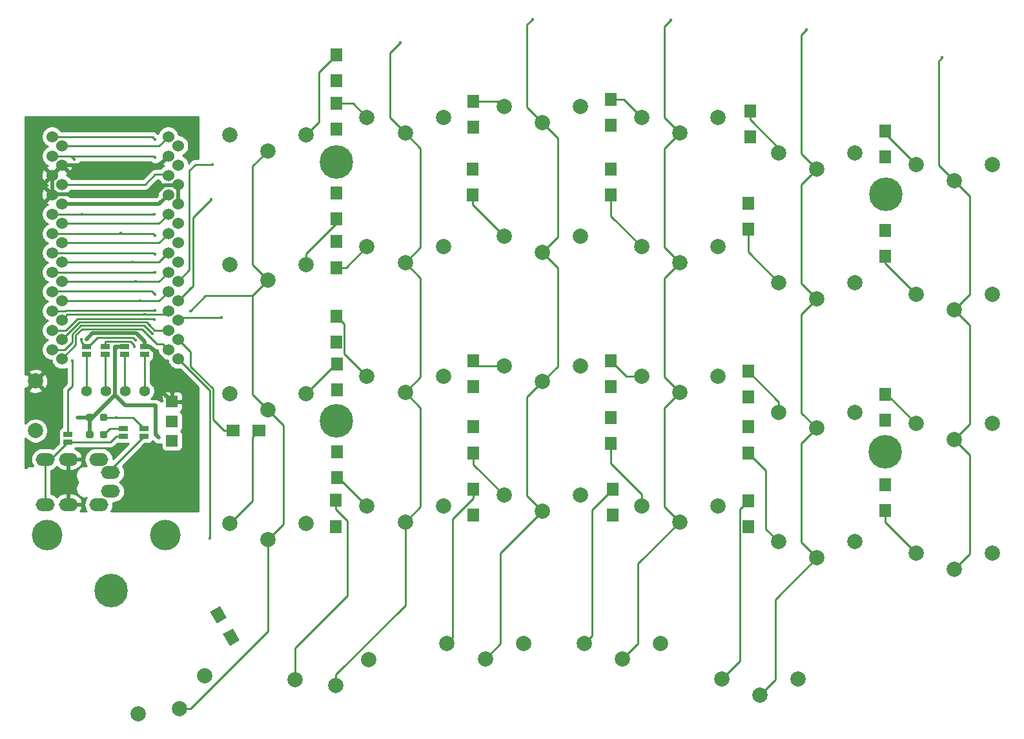
<source format=gtl>
G04 #@! TF.GenerationSoftware,KiCad,Pcbnew,5.1.9*
G04 #@! TF.CreationDate,2021-04-09T21:29:26-07:00*
G04 #@! TF.ProjectId,SofleKeyboard,536f666c-654b-4657-9962-6f6172642e6b,rev?*
G04 #@! TF.SameCoordinates,Original*
G04 #@! TF.FileFunction,Copper,L1,Top*
G04 #@! TF.FilePolarity,Positive*
%FSLAX46Y46*%
G04 Gerber Fmt 4.6, Leading zero omitted, Abs format (unit mm)*
G04 Created by KiCad (PCBNEW 5.1.9) date 2021-04-09 21:29:26*
%MOMM*%
%LPD*%
G01*
G04 APERTURE LIST*
G04 #@! TA.AperFunction,SMDPad,CuDef*
%ADD10R,1.143000X0.635000*%
G04 #@! TD*
G04 #@! TA.AperFunction,ComponentPad*
%ADD11C,4.000000*%
G04 #@! TD*
G04 #@! TA.AperFunction,ComponentPad*
%ADD12C,1.524000*%
G04 #@! TD*
G04 #@! TA.AperFunction,ComponentPad*
%ADD13C,2.000000*%
G04 #@! TD*
G04 #@! TA.AperFunction,ComponentPad*
%ADD14C,1.397000*%
G04 #@! TD*
G04 #@! TA.AperFunction,ComponentPad*
%ADD15R,1.524000X1.524000*%
G04 #@! TD*
G04 #@! TA.AperFunction,ComponentPad*
%ADD16O,2.500000X1.700000*%
G04 #@! TD*
G04 #@! TA.AperFunction,ComponentPad*
%ADD17C,0.700000*%
G04 #@! TD*
G04 #@! TA.AperFunction,ComponentPad*
%ADD18C,4.400000*%
G04 #@! TD*
G04 #@! TA.AperFunction,ComponentPad*
%ADD19R,1.500000X1.800000*%
G04 #@! TD*
G04 #@! TA.AperFunction,ComponentPad*
%ADD20C,0.100000*%
G04 #@! TD*
G04 #@! TA.AperFunction,ComponentPad*
%ADD21R,1.800000X1.500000*%
G04 #@! TD*
G04 #@! TA.AperFunction,ViaPad*
%ADD22C,0.400000*%
G04 #@! TD*
G04 #@! TA.AperFunction,Conductor*
%ADD23C,0.250000*%
G04 #@! TD*
G04 #@! TA.AperFunction,Conductor*
%ADD24C,0.500000*%
G04 #@! TD*
G04 #@! TA.AperFunction,Conductor*
%ADD25C,0.254000*%
G04 #@! TD*
G04 #@! TA.AperFunction,Conductor*
%ADD26C,0.100000*%
G04 #@! TD*
G04 APERTURE END LIST*
D10*
X103746996Y-94725113D03*
X103746996Y-95725873D03*
X106496996Y-94725113D03*
X106496996Y-95725873D03*
X96500000Y-95500000D03*
X96500000Y-96500760D03*
D11*
X93756996Y-108698013D03*
X109256996Y-108698013D03*
G04 #@! TA.AperFunction,SMDPad,CuDef*
G36*
G01*
X98896268Y-95747478D02*
X98896268Y-95272478D01*
G75*
G02*
X99133768Y-95034978I237500J0D01*
G01*
X99633768Y-95034978D01*
G75*
G02*
X99871268Y-95272478I0J-237500D01*
G01*
X99871268Y-95747478D01*
G75*
G02*
X99633768Y-95984978I-237500J0D01*
G01*
X99133768Y-95984978D01*
G75*
G02*
X98896268Y-95747478I0J237500D01*
G01*
G37*
G04 #@! TD.AperFunction*
G04 #@! TA.AperFunction,SMDPad,CuDef*
G36*
G01*
X100721268Y-95747478D02*
X100721268Y-95272478D01*
G75*
G02*
X100958768Y-95034978I237500J0D01*
G01*
X101458768Y-95034978D01*
G75*
G02*
X101696268Y-95272478I0J-237500D01*
G01*
X101696268Y-95747478D01*
G75*
G02*
X101458768Y-95984978I-237500J0D01*
G01*
X100958768Y-95984978D01*
G75*
G02*
X100721268Y-95747478I0J237500D01*
G01*
G37*
G04 #@! TD.AperFunction*
D12*
X109676996Y-56428013D03*
X109676996Y-58968013D03*
X109676996Y-61508013D03*
X109676996Y-64048013D03*
X109676996Y-66588013D03*
X109676996Y-69128013D03*
X109676996Y-71668013D03*
X109676996Y-74208013D03*
X109676996Y-76748013D03*
X109676996Y-79288013D03*
X109676996Y-81828013D03*
X109676996Y-84368013D03*
X94436996Y-84368013D03*
X94436996Y-81828013D03*
X94436996Y-79288013D03*
X94436996Y-76748013D03*
X94436996Y-74208013D03*
X94436996Y-71668013D03*
X94436996Y-69128013D03*
X94436996Y-66588013D03*
X94436996Y-64048013D03*
X94436996Y-61508013D03*
X94436996Y-58968013D03*
X94436996Y-56428013D03*
X110975811Y-67783758D03*
X110975811Y-72863758D03*
X95735811Y-57623758D03*
X110975811Y-60163758D03*
X110975811Y-83023758D03*
X95735811Y-85563758D03*
X110975811Y-75403758D03*
X110975811Y-77943758D03*
X95735811Y-75403758D03*
X95735811Y-80483758D03*
X95735811Y-67783758D03*
X95735811Y-65243758D03*
X95735811Y-60163758D03*
X95735811Y-70323758D03*
X110975811Y-85563758D03*
X95735811Y-77943758D03*
X110975811Y-57623758D03*
X110975811Y-62703758D03*
X95735811Y-83023758D03*
X110975811Y-65243758D03*
X110975811Y-70323758D03*
X95735811Y-72863758D03*
X110975811Y-80483758D03*
X95735811Y-62703758D03*
D13*
X92256996Y-88500000D03*
X92256996Y-95000000D03*
D10*
X101456996Y-84998393D03*
X101456996Y-83997633D03*
D14*
X98956996Y-89798013D03*
X101496996Y-89798013D03*
X104036996Y-89798013D03*
X106576996Y-89798013D03*
D15*
X110156996Y-91198013D03*
X110156996Y-93798013D03*
X110156996Y-96298013D03*
D10*
X98956996Y-84998393D03*
X98956996Y-83997633D03*
X106556996Y-84998393D03*
X106556996Y-83997633D03*
X103956996Y-84998393D03*
X103956996Y-83997633D03*
D16*
X102056996Y-102948013D03*
X100556996Y-98748013D03*
X96556996Y-98748013D03*
X93556996Y-98748013D03*
X96556996Y-104698013D03*
X93556996Y-104698013D03*
X102056996Y-100498013D03*
X100556996Y-104698013D03*
G04 #@! TA.AperFunction,SMDPad,CuDef*
G36*
G01*
X98896268Y-93497478D02*
X98896268Y-93022478D01*
G75*
G02*
X99133768Y-92784978I237500J0D01*
G01*
X99633768Y-92784978D01*
G75*
G02*
X99871268Y-93022478I0J-237500D01*
G01*
X99871268Y-93497478D01*
G75*
G02*
X99633768Y-93734978I-237500J0D01*
G01*
X99133768Y-93734978D01*
G75*
G02*
X98896268Y-93497478I0J237500D01*
G01*
G37*
G04 #@! TD.AperFunction*
G04 #@! TA.AperFunction,SMDPad,CuDef*
G36*
G01*
X100721268Y-93497478D02*
X100721268Y-93022478D01*
G75*
G02*
X100958768Y-92784978I237500J0D01*
G01*
X101458768Y-92784978D01*
G75*
G02*
X101696268Y-93022478I0J-237500D01*
G01*
X101696268Y-93497478D01*
G75*
G02*
X101458768Y-93734978I-237500J0D01*
G01*
X100958768Y-93734978D01*
G75*
G02*
X100721268Y-93497478I0J237500D01*
G01*
G37*
G04 #@! TD.AperFunction*
D13*
X127747000Y-56178100D03*
X122747000Y-58278100D03*
X117747000Y-56178100D03*
D17*
X204823722Y-96581287D03*
X203656996Y-96098013D03*
X202490270Y-96581287D03*
X202006996Y-97748013D03*
X202490270Y-98914739D03*
X203656996Y-99398013D03*
X204823722Y-98914739D03*
X205306996Y-97748013D03*
D18*
X203656996Y-97748013D03*
D17*
X204913722Y-62858386D03*
X203746996Y-62375112D03*
X202580270Y-62858386D03*
X202096996Y-64025112D03*
X202580270Y-65191838D03*
X203746996Y-65675112D03*
X204913722Y-65191838D03*
X205396996Y-64025112D03*
D18*
X203746996Y-64025112D03*
D13*
X127747000Y-90178100D03*
X122747000Y-92278100D03*
X117747000Y-90178100D03*
X163747000Y-103478100D03*
X158747000Y-105578100D03*
X153747000Y-103478100D03*
X217747000Y-77078100D03*
X212747000Y-79178100D03*
X207747000Y-77078100D03*
X199747000Y-109578100D03*
X194747000Y-111678100D03*
X189747000Y-109578100D03*
X181747000Y-53878100D03*
X176747000Y-55978100D03*
X171747000Y-53878100D03*
X199747000Y-92578100D03*
X194747000Y-94678100D03*
X189747000Y-92578100D03*
D17*
X101040266Y-114785996D03*
X100556992Y-115952722D03*
X101040266Y-117119448D03*
X102206992Y-117602722D03*
X103373718Y-117119448D03*
X103856992Y-115952722D03*
X103373718Y-114785996D03*
X102206992Y-114302722D03*
D18*
X102206992Y-115952722D03*
D13*
X145747000Y-87878100D03*
X140747000Y-89978100D03*
X135747000Y-87878100D03*
X181747000Y-70878100D03*
X176747000Y-72978100D03*
X171747000Y-70878100D03*
X145747000Y-70878100D03*
X140747000Y-72978100D03*
X135747000Y-70878100D03*
X181747000Y-104878100D03*
X176747000Y-106978100D03*
X171747000Y-104878100D03*
X217747000Y-94078100D03*
X212747000Y-96178100D03*
X207747000Y-94078100D03*
X163747000Y-86478100D03*
X158747000Y-88578100D03*
X153747000Y-86478100D03*
X163747000Y-69478100D03*
X158747000Y-71578100D03*
X153747000Y-69478100D03*
X199747000Y-75578100D03*
X194747000Y-77678100D03*
X189747000Y-75578100D03*
X145747000Y-53878100D03*
X140747000Y-55978100D03*
X135747000Y-53878100D03*
X114437123Y-127138910D03*
X111156996Y-131457563D03*
X105776869Y-132138910D03*
X192247000Y-127578100D03*
X187247000Y-129678100D03*
X182247000Y-127578100D03*
X217747000Y-60078100D03*
X212747000Y-62178100D03*
X207747000Y-60078100D03*
X217747000Y-111078100D03*
X212747000Y-113178100D03*
X207747000Y-111078100D03*
X181747000Y-87878100D03*
X176747000Y-89978100D03*
X171747000Y-87878100D03*
X145747000Y-104878100D03*
X140747000Y-106978100D03*
X135747000Y-104878100D03*
D17*
X132913722Y-92558387D03*
X131746996Y-92075113D03*
X130580270Y-92558387D03*
X130096996Y-93725113D03*
X130580270Y-94891839D03*
X131746996Y-95375113D03*
X132913722Y-94891839D03*
X133396996Y-93725113D03*
D18*
X131746996Y-93725113D03*
D13*
X127747000Y-107178100D03*
X122747000Y-109278100D03*
X117747000Y-107178100D03*
X199747000Y-58578100D03*
X194747000Y-60678100D03*
X189747000Y-58578100D03*
X135940142Y-125074423D03*
X131654032Y-128396962D03*
X126280883Y-127662613D03*
X156247000Y-122878100D03*
X151247000Y-124978100D03*
X146247000Y-122878100D03*
X174247000Y-122878100D03*
X169247000Y-124978100D03*
X164247000Y-122878100D03*
X127747000Y-73178100D03*
X122747000Y-75278100D03*
X117747000Y-73178100D03*
X163747000Y-52478100D03*
X158747000Y-54578100D03*
X153747000Y-52478100D03*
D17*
X132913722Y-58558387D03*
X131746996Y-58075113D03*
X130580270Y-58558387D03*
X130096996Y-59725113D03*
X130580270Y-60891839D03*
X131746996Y-61375113D03*
X132913722Y-60891839D03*
X133396996Y-59725113D03*
D18*
X131746996Y-59725113D03*
D19*
X167956992Y-102702722D03*
X167956992Y-106102722D03*
X149706992Y-102702722D03*
X149706992Y-106102722D03*
X131606992Y-104152722D03*
X131606992Y-107552722D03*
G04 #@! TA.AperFunction,ComponentPad*
D20*
G36*
X116857477Y-121688076D02*
G01*
X118156515Y-120938076D01*
X119056515Y-122496922D01*
X117757477Y-123246922D01*
X116857477Y-121688076D01*
G37*
G04 #@! TD.AperFunction*
G04 #@! TA.AperFunction,ComponentPad*
G36*
X115157477Y-118743590D02*
G01*
X116456515Y-117993590D01*
X117356515Y-119552436D01*
X116057477Y-120302436D01*
X115157477Y-118743590D01*
G37*
G04 #@! TD.AperFunction*
D19*
X203706992Y-105452722D03*
X203706992Y-102052722D03*
X185706992Y-97902722D03*
X185706992Y-94502722D03*
X167706992Y-96702722D03*
X167706992Y-93302722D03*
X149706992Y-97902722D03*
X149706992Y-94502722D03*
X131806992Y-101152722D03*
X131806992Y-97752722D03*
D21*
X121606992Y-94952722D03*
X118206992Y-94952722D03*
D19*
X203706992Y-90202722D03*
X203706992Y-93602722D03*
X185706992Y-87202722D03*
X185706992Y-90602722D03*
X167706992Y-85802722D03*
X167706992Y-89202722D03*
X149706992Y-85802722D03*
X149706992Y-89202722D03*
X131706992Y-79952722D03*
X131706992Y-83352722D03*
X131806992Y-86252722D03*
X131806992Y-89652722D03*
X203706992Y-72102722D03*
X203706992Y-68702722D03*
X185706992Y-68602722D03*
X185706992Y-65202722D03*
X167706992Y-64102722D03*
X167706992Y-60702722D03*
X149600000Y-64102722D03*
X149600000Y-60702722D03*
X131706992Y-73602722D03*
X131706992Y-70202722D03*
X131706992Y-67202722D03*
X131706992Y-63802722D03*
X203731992Y-55702722D03*
X203731992Y-59102722D03*
X185956992Y-53052722D03*
X185956992Y-56452722D03*
X167706992Y-51552722D03*
X167706992Y-54952722D03*
X149706992Y-51802722D03*
X149706992Y-55202722D03*
X131706992Y-52052722D03*
X131706992Y-55452722D03*
X131706992Y-45702722D03*
X131706992Y-49102722D03*
X185706992Y-104202722D03*
X185706992Y-107602722D03*
D22*
X107584829Y-82270182D03*
X115106992Y-109152722D03*
X107956996Y-74198013D03*
X115506992Y-60052722D03*
X107956996Y-77098013D03*
X115306992Y-64652722D03*
X107956996Y-79198013D03*
X116656992Y-80202722D03*
X107856996Y-80398013D03*
X102656996Y-65243758D03*
X102657004Y-83998013D03*
X108456996Y-95898013D03*
X97756268Y-93259978D03*
X98956996Y-82998013D03*
X99156996Y-60163758D03*
X99156996Y-63998013D03*
X108956996Y-89898013D03*
X104931996Y-72863758D03*
X211186992Y-46042722D03*
X105431996Y-75403758D03*
X193356992Y-42422722D03*
X105956996Y-77943758D03*
X175556992Y-41137732D03*
X106556996Y-79773013D03*
X157456992Y-41002722D03*
X107256996Y-81198013D03*
X140106992Y-44052722D03*
X107856996Y-66598013D03*
X98306996Y-83003860D03*
X98356996Y-66588013D03*
X105356996Y-83098013D03*
X101208768Y-95509978D03*
X107957002Y-56798013D03*
X107957014Y-69398013D03*
X103456996Y-69098013D03*
X105256996Y-83998013D03*
X102836268Y-93259978D03*
X107956988Y-71898013D03*
X97356996Y-59398013D03*
X107956996Y-59198013D03*
X97056996Y-85798013D03*
X112556996Y-79298013D03*
D23*
X129422001Y-54503099D02*
X127747000Y-56178100D01*
X129422001Y-47987713D02*
X129422001Y-54503099D01*
X131706992Y-45702722D02*
X129422001Y-47987713D01*
X106512682Y-81198035D02*
X107584829Y-82270182D01*
X97056996Y-83398013D02*
X97056996Y-82338983D01*
X97056996Y-82338983D02*
X98197944Y-81198035D01*
X98197944Y-81198035D02*
X106512682Y-81198035D01*
X94436996Y-84368013D02*
X96086996Y-84368013D01*
X96086996Y-84368013D02*
X97056996Y-83398013D01*
X115106992Y-89694939D02*
X110975811Y-85563758D01*
X115106992Y-109152722D02*
X115106992Y-89694939D01*
X133921622Y-52052722D02*
X135747000Y-53878100D01*
X131706992Y-52052722D02*
X133921622Y-52052722D01*
X153071622Y-51802722D02*
X153747000Y-52478100D01*
X149706992Y-51802722D02*
X153071622Y-51802722D01*
X107946996Y-74208013D02*
X107956996Y-74198013D01*
X94436996Y-74208013D02*
X107946996Y-74208013D01*
X115506992Y-60052722D02*
X113256992Y-60052722D01*
X113256992Y-60052722D02*
X112456992Y-60852722D01*
X112456992Y-73922577D02*
X110975811Y-75403758D01*
X112456992Y-60852722D02*
X112456992Y-73922577D01*
X169421622Y-51552722D02*
X171747000Y-53878100D01*
X167706992Y-51552722D02*
X169421622Y-51552722D01*
X107506996Y-76648013D02*
X107956996Y-77098013D01*
X94486996Y-76648013D02*
X107506996Y-76648013D01*
X112621556Y-76298013D02*
X110975811Y-77943758D01*
X115306992Y-64652722D02*
X112907002Y-67052712D01*
X112907002Y-76012567D02*
X110975811Y-77943758D01*
X112907002Y-67052712D02*
X112907002Y-76012567D01*
X189747000Y-57992730D02*
X189747000Y-58578100D01*
X185956992Y-54202722D02*
X189747000Y-57992730D01*
X185956992Y-53052722D02*
X185956992Y-54202722D01*
X94436996Y-79288013D02*
X96162751Y-79288013D01*
X96162751Y-79288013D02*
X96252751Y-79198013D01*
X96252751Y-79198013D02*
X107956996Y-79198013D01*
X111256847Y-80202722D02*
X110975811Y-80483758D01*
X116656992Y-80202722D02*
X111256847Y-80202722D01*
X203731992Y-56063092D02*
X207747000Y-60078100D01*
X203731992Y-55702722D02*
X203731992Y-56063092D01*
X107756996Y-80298013D02*
X107856996Y-80398013D01*
X97756996Y-80298013D02*
X107756996Y-80298013D01*
X96226996Y-81828013D02*
X97756996Y-80298013D01*
X94436996Y-81828013D02*
X96226996Y-81828013D01*
X118206992Y-94952722D02*
X117007002Y-94952722D01*
X115557002Y-93502722D02*
X115557001Y-89508538D01*
X117007002Y-94952722D02*
X115557002Y-93502722D01*
X115557001Y-89508538D02*
X112604088Y-86555625D01*
X112604088Y-84652035D02*
X110975811Y-83023758D01*
X112604088Y-86555625D02*
X112604088Y-84652035D01*
X131706992Y-67803895D02*
X131706992Y-67202722D01*
X127747000Y-71763887D02*
X131706992Y-67803895D01*
X127747000Y-73178100D02*
X127747000Y-71763887D01*
X133022378Y-73602722D02*
X135747000Y-70878100D01*
X131706992Y-73602722D02*
X133022378Y-73602722D01*
X149600000Y-65331100D02*
X153747000Y-69478100D01*
X149600000Y-64102722D02*
X149600000Y-65331100D01*
X167706992Y-66838092D02*
X167706992Y-64102722D01*
X171747000Y-70878100D02*
X167706992Y-66838092D01*
X185706992Y-71538092D02*
X189747000Y-75578100D01*
X185706992Y-68602722D02*
X185706992Y-71538092D01*
X203706992Y-73038092D02*
X207747000Y-77078100D01*
X203706992Y-72102722D02*
X203706992Y-73038092D01*
X131672378Y-86252722D02*
X131806992Y-86252722D01*
X127747000Y-90178100D02*
X131672378Y-86252722D01*
X132781993Y-81027723D02*
X131706992Y-79952722D01*
X132781993Y-84913093D02*
X132781993Y-81027723D01*
X135747000Y-87878100D02*
X132781993Y-84913093D01*
X150382370Y-86478100D02*
X149706992Y-85802722D01*
X153747000Y-86478100D02*
X150382370Y-86478100D01*
X169782370Y-87878100D02*
X167706992Y-85802722D01*
X171747000Y-87878100D02*
X169782370Y-87878100D01*
X189747000Y-91242730D02*
X185706992Y-87202722D01*
X189747000Y-92578100D02*
X189747000Y-91242730D01*
X203871622Y-90202722D02*
X203706992Y-90202722D01*
X207747000Y-94078100D02*
X203871622Y-90202722D01*
X120721999Y-104203101D02*
X117747000Y-107178100D01*
X120721999Y-95837715D02*
X120721999Y-104203101D01*
X121606992Y-94952722D02*
X120721999Y-95837715D01*
X132021622Y-101152722D02*
X135747000Y-104878100D01*
X131806992Y-101152722D02*
X132021622Y-101152722D01*
X149706992Y-99438092D02*
X153747000Y-103478100D01*
X149706992Y-97902722D02*
X149706992Y-99438092D01*
X171747000Y-103317102D02*
X171747000Y-104878100D01*
X167706992Y-99277094D02*
X171747000Y-103317102D01*
X167706992Y-96702722D02*
X167706992Y-99277094D01*
X188071999Y-107903099D02*
X189747000Y-109578100D01*
X188071999Y-100267729D02*
X188071999Y-107903099D01*
X185706992Y-97902722D02*
X188071999Y-100267729D01*
X203706992Y-107038092D02*
X207747000Y-111078100D01*
X203706992Y-105452722D02*
X203706992Y-107038092D01*
X126280883Y-123547115D02*
X126280883Y-127662613D01*
X133157092Y-116670906D02*
X126280883Y-123547115D01*
X133157092Y-106867820D02*
X133157092Y-116670906D01*
X131606992Y-105317720D02*
X133157092Y-106867820D01*
X131606992Y-104152722D02*
X131606992Y-105317720D01*
X146952001Y-122173099D02*
X146247000Y-122878100D01*
X149706992Y-103852722D02*
X146952001Y-106607713D01*
X146952001Y-106607713D02*
X146952001Y-122173099D01*
X149706992Y-102702722D02*
X149706992Y-103852722D01*
D24*
X99734813Y-93259978D02*
X97756268Y-93259978D01*
X108056996Y-95498013D02*
X108456996Y-95898013D01*
X102657004Y-83998013D02*
X102657004Y-90337787D01*
X102657384Y-83997633D02*
X102657004Y-83998013D01*
X109676996Y-64048013D02*
X108481251Y-65243758D01*
X95681556Y-65298013D02*
X95735811Y-65243758D01*
X102657004Y-83998013D02*
X102756996Y-84098005D01*
X103956996Y-83997633D02*
X102657384Y-83997633D01*
X102656996Y-65243758D02*
X95735811Y-65243758D01*
X102657004Y-90337787D02*
X104017230Y-91698013D01*
X104017230Y-91698013D02*
X108056996Y-91698013D01*
X102657004Y-90337787D02*
X99734813Y-93259978D01*
X108481251Y-65243758D02*
X102656996Y-65243758D01*
X108056996Y-91698013D02*
X108056996Y-95498013D01*
X102657004Y-83998013D02*
X102888495Y-84229504D01*
X100356986Y-104498003D02*
X100556996Y-104698013D01*
X99383768Y-95509978D02*
X99383768Y-93259978D01*
X99731952Y-82223057D02*
X105482038Y-82223057D01*
X94486996Y-63998013D02*
X99156996Y-63998013D01*
X94436996Y-64048013D02*
X94486996Y-63998013D01*
X105482038Y-82223057D02*
X106556996Y-83298015D01*
X106556996Y-83298015D02*
X106556996Y-83997633D01*
X98956996Y-82998013D02*
X99731952Y-82223057D01*
X95735811Y-60163758D02*
X99156996Y-60163758D01*
X107933234Y-63998013D02*
X109133234Y-62798013D01*
X99156996Y-60163758D02*
X108481251Y-60163758D01*
X94436996Y-64048013D02*
X94436996Y-61508013D01*
X106556996Y-83997633D02*
X107255238Y-83997633D01*
X110975811Y-62703758D02*
X110975811Y-65243758D01*
X107933234Y-63998013D02*
X99156996Y-63998013D01*
X109133234Y-62798013D02*
X110956996Y-62798013D01*
X93926996Y-60998013D02*
X94436996Y-61508013D01*
X108481251Y-60163758D02*
X109676996Y-58968013D01*
X108956996Y-89998013D02*
X110156996Y-91198013D01*
X108956996Y-89898013D02*
X108956996Y-89998013D01*
X107255238Y-83997633D02*
X108956996Y-85699391D01*
X108956996Y-85699391D02*
X108956996Y-89898013D01*
X94436996Y-61508013D02*
X94436996Y-61462573D01*
X94436996Y-61462573D02*
X95735811Y-60163758D01*
D23*
X108422741Y-72863758D02*
X108426996Y-72868013D01*
X108426996Y-72868013D02*
X109726996Y-71568013D01*
X104931996Y-72863758D02*
X95735811Y-72863758D01*
X108422741Y-72863758D02*
X104931996Y-72863758D01*
X214772001Y-98203101D02*
X212747000Y-96178100D01*
X214772001Y-111153099D02*
X214772001Y-98203101D01*
X212747000Y-113178100D02*
X214772001Y-111153099D01*
X214772001Y-81203101D02*
X212747000Y-79178100D01*
X214772001Y-94153099D02*
X214772001Y-81203101D01*
X212747000Y-96178100D02*
X214772001Y-94153099D01*
X214772001Y-64203101D02*
X212747000Y-62178100D01*
X214772001Y-77153099D02*
X214772001Y-64203101D01*
X212747000Y-79178100D02*
X214772001Y-77153099D01*
X210721999Y-60153099D02*
X212747000Y-62178100D01*
X210721999Y-46507715D02*
X210721999Y-60153099D01*
X211186992Y-46042722D02*
X210721999Y-46507715D01*
X108481251Y-75403758D02*
X109676996Y-74208013D01*
X105431996Y-75403758D02*
X108481251Y-75403758D01*
X95735811Y-75403758D02*
X105431996Y-75403758D01*
X189272001Y-117153099D02*
X194747000Y-111678100D01*
X189272001Y-127653099D02*
X189272001Y-117153099D01*
X187247000Y-129678100D02*
X189272001Y-127653099D01*
X192721999Y-96703101D02*
X194747000Y-94678100D01*
X192721999Y-109653099D02*
X192721999Y-96703101D01*
X194747000Y-111678100D02*
X192721999Y-109653099D01*
X192721999Y-79703101D02*
X194747000Y-77678100D01*
X192721999Y-92653099D02*
X192721999Y-79703101D01*
X194747000Y-94678100D02*
X192721999Y-92653099D01*
X192721999Y-62703101D02*
X194747000Y-60678100D01*
X192721999Y-75653099D02*
X192721999Y-62703101D01*
X194747000Y-77678100D02*
X192721999Y-75653099D01*
X192721999Y-58653099D02*
X194747000Y-60678100D01*
X192721999Y-43057715D02*
X192721999Y-58653099D01*
X193356992Y-42422722D02*
X192721999Y-43057715D01*
X109676996Y-76748013D02*
X108481251Y-77943758D01*
X105956996Y-77943758D02*
X95735811Y-77943758D01*
X108481251Y-77943758D02*
X105956996Y-77943758D01*
X171272001Y-112453099D02*
X176747000Y-106978100D01*
X171272001Y-122953099D02*
X171272001Y-112453099D01*
X169247000Y-124978100D02*
X171272001Y-122953099D01*
X174721999Y-92003101D02*
X176747000Y-89978100D01*
X174721999Y-104953099D02*
X174721999Y-92003101D01*
X176747000Y-106978100D02*
X174721999Y-104953099D01*
X174721999Y-75003101D02*
X176747000Y-72978100D01*
X174721999Y-87953099D02*
X174721999Y-75003101D01*
X176747000Y-89978100D02*
X174721999Y-87953099D01*
X174721999Y-58003101D02*
X176747000Y-55978100D01*
X174721999Y-70953099D02*
X174721999Y-58003101D01*
X176747000Y-72978100D02*
X174721999Y-70953099D01*
X174721999Y-53953099D02*
X176747000Y-55978100D01*
X174721999Y-41972725D02*
X174721999Y-53953099D01*
X175556992Y-41137732D02*
X174721999Y-41972725D01*
X106556996Y-79773013D02*
X96446556Y-79773013D01*
X106556996Y-79773013D02*
X109191996Y-79773013D01*
X109191996Y-79773013D02*
X109676996Y-79288013D01*
X96446556Y-79773013D02*
X95735811Y-80483758D01*
X153272001Y-111053099D02*
X158747000Y-105578100D01*
X153272001Y-122953099D02*
X153272001Y-111053099D01*
X151247000Y-124978100D02*
X153272001Y-122953099D01*
X156721999Y-90603101D02*
X158747000Y-88578100D01*
X156721999Y-103553099D02*
X156721999Y-90603101D01*
X158747000Y-105578100D02*
X156721999Y-103553099D01*
X160772001Y-73603101D02*
X158747000Y-71578100D01*
X160772001Y-86553099D02*
X160772001Y-73603101D01*
X158747000Y-88578100D02*
X160772001Y-86553099D01*
X160772001Y-56603101D02*
X158747000Y-54578100D01*
X160772001Y-69553099D02*
X160772001Y-56603101D01*
X158747000Y-71578100D02*
X160772001Y-69553099D01*
X156721999Y-52553099D02*
X158747000Y-54578100D01*
X156721999Y-41737715D02*
X156721999Y-52553099D01*
X157456992Y-41002722D02*
X156721999Y-41737715D01*
X106807007Y-80748024D02*
X107256996Y-81198013D01*
X95735811Y-83023758D02*
X98011545Y-80748024D01*
X98011545Y-80748024D02*
X106807007Y-80748024D01*
X107886996Y-81828013D02*
X107256996Y-81198013D01*
X109676996Y-81828013D02*
X107886996Y-81828013D01*
X140747000Y-117889781D02*
X140747000Y-106978100D01*
X131654032Y-126982749D02*
X140747000Y-117889781D01*
X131654032Y-128396962D02*
X131654032Y-126982749D01*
X142772001Y-92003101D02*
X140747000Y-89978100D01*
X142772001Y-104953099D02*
X142772001Y-92003101D01*
X140747000Y-106978100D02*
X142772001Y-104953099D01*
X142772001Y-75003101D02*
X140747000Y-72978100D01*
X142772001Y-87953099D02*
X142772001Y-75003101D01*
X140747000Y-89978100D02*
X142772001Y-87953099D01*
X142772001Y-58003101D02*
X140747000Y-55978100D01*
X142772001Y-70953099D02*
X142772001Y-58003101D01*
X140747000Y-72978100D02*
X142772001Y-70953099D01*
X138721999Y-53953099D02*
X140747000Y-55978100D01*
X138721999Y-45437715D02*
X138721999Y-53953099D01*
X140106992Y-44052722D02*
X138721999Y-45437715D01*
X100410561Y-82798068D02*
X105057051Y-82798068D01*
X98956996Y-83997633D02*
X99210996Y-83997633D01*
X98356996Y-66588013D02*
X107846996Y-66588013D01*
X98306996Y-83347633D02*
X98306996Y-83003860D01*
X105057051Y-82798068D02*
X105356996Y-83098013D01*
X94436996Y-66588013D02*
X98356996Y-66588013D01*
X99210996Y-83997633D02*
X100410561Y-82798068D01*
X98956996Y-83997633D02*
X98306996Y-83347633D01*
X94134303Y-66588013D02*
X94436996Y-66588013D01*
X107846996Y-66588013D02*
X107856996Y-66598013D01*
X101993633Y-94725113D02*
X101208768Y-95509978D01*
X103746996Y-94725113D02*
X101993633Y-94725113D01*
X94436996Y-56428013D02*
X107587002Y-56428013D01*
X107587002Y-56428013D02*
X107957002Y-56798013D01*
X101456996Y-83997633D02*
X101456996Y-83298013D01*
X101456996Y-83298013D02*
X104731378Y-83298013D01*
X107957014Y-69398013D02*
X107687014Y-69128013D01*
X107687014Y-69128013D02*
X94436996Y-69128013D01*
X105256996Y-83823631D02*
X105256996Y-83998013D01*
X93844303Y-69128013D02*
X94436996Y-69128013D01*
X104731378Y-83298013D02*
X105256996Y-83823631D01*
X101208768Y-93259978D02*
X102836268Y-93259978D01*
X105031861Y-93259978D02*
X101208768Y-93259978D01*
X106496996Y-94725113D02*
X105031861Y-93259978D01*
X95735811Y-62703758D02*
X106651251Y-62703758D01*
X106651251Y-62703758D02*
X107956996Y-61398013D01*
X107956996Y-61398013D02*
X109716996Y-61398013D01*
X109716996Y-61398013D02*
X109726996Y-61408013D01*
X165246999Y-121878101D02*
X164247000Y-122878100D01*
X165246999Y-105412715D02*
X165246999Y-121878101D01*
X167956992Y-102702722D02*
X165246999Y-105412715D01*
X95735811Y-57623758D02*
X108481251Y-57623758D01*
X108481251Y-57623758D02*
X109676996Y-56428013D01*
X107726988Y-71668013D02*
X107956988Y-71898013D01*
X94436996Y-71668013D02*
X107726988Y-71668013D01*
X96956996Y-58968013D02*
X107726996Y-58968013D01*
X96956996Y-58998013D02*
X97356996Y-59398013D01*
X94436996Y-58968013D02*
X96956996Y-58968013D01*
X96956996Y-58968013D02*
X97226996Y-58968013D01*
X96956996Y-58968013D02*
X96956996Y-58998013D01*
X107726996Y-58968013D02*
X107956996Y-59198013D01*
X96706450Y-89502180D02*
X96706450Y-89502179D01*
X96581450Y-89627180D02*
X96706450Y-89502180D01*
X96706450Y-89502180D02*
X96510996Y-89697633D01*
X97056996Y-89151634D02*
X96581450Y-89627180D01*
X97056996Y-85798013D02*
X97056996Y-89151634D01*
X96500000Y-89708630D02*
X96581450Y-89627180D01*
X96500000Y-95500000D02*
X96500000Y-89708630D01*
X98956996Y-84998393D02*
X98956996Y-89798013D01*
X101456996Y-84998393D02*
X101456996Y-89758013D01*
X101456996Y-89758013D02*
X101496996Y-89798013D01*
X103956996Y-89718013D02*
X104036996Y-89798013D01*
X103956996Y-84998393D02*
X103956996Y-89718013D01*
X106556996Y-89778013D02*
X106576996Y-89798013D01*
X106556996Y-84998393D02*
X106556996Y-89778013D01*
X184631991Y-125193109D02*
X182247000Y-127578100D01*
X184631991Y-105277723D02*
X184631991Y-125193109D01*
X185706992Y-104202722D02*
X184631991Y-105277723D01*
X97556996Y-83742573D02*
X97556996Y-82478672D01*
X98387622Y-81648046D02*
X106220215Y-81648046D01*
X95735811Y-85563758D02*
X97556996Y-83742573D01*
X106220215Y-81648046D02*
X108178183Y-83606014D01*
X108178183Y-83606014D02*
X108914997Y-83606014D01*
X108914997Y-83606014D02*
X109676996Y-84368013D01*
X97556996Y-82478672D02*
X98387622Y-81648046D01*
X120721999Y-73253099D02*
X122747000Y-75278100D01*
X120721999Y-60303101D02*
X120721999Y-73253099D01*
X122747000Y-58278100D02*
X120721999Y-60303101D01*
X120721999Y-90253099D02*
X122747000Y-92278100D01*
X120721999Y-77303101D02*
X120721999Y-90253099D01*
X122747000Y-75278100D02*
X120721999Y-77303101D01*
X124772001Y-107253099D02*
X122747000Y-109278100D01*
X124772001Y-94303101D02*
X124772001Y-107253099D01*
X122747000Y-92278100D02*
X124772001Y-94303101D01*
X122747000Y-121281772D02*
X122747000Y-109278100D01*
X112571209Y-131457563D02*
X122747000Y-121281772D01*
X111156996Y-131457563D02*
X112571209Y-131457563D01*
X114551908Y-77303101D02*
X112556996Y-79298013D01*
X120721999Y-77303101D02*
X114551908Y-77303101D01*
X108481251Y-70323758D02*
X109676996Y-69128013D01*
X95735811Y-70323758D02*
X108481251Y-70323758D01*
X95735811Y-67783758D02*
X108481251Y-67783758D01*
X108481251Y-67783758D02*
X109676996Y-66588013D01*
X102456996Y-100498013D02*
X102056996Y-100498013D01*
X102056996Y-100165873D02*
X106496996Y-95725873D01*
X102056996Y-100498013D02*
X102056996Y-100165873D01*
X93956996Y-98748013D02*
X93556996Y-98748013D01*
X93556996Y-98748013D02*
X93556996Y-104698013D01*
X94252747Y-98748013D02*
X96500000Y-96500760D01*
X93556996Y-98748013D02*
X94252747Y-98748013D01*
X102887717Y-95725873D02*
X103746996Y-95725873D01*
X102112830Y-96500760D02*
X102887717Y-95725873D01*
X96500000Y-96500760D02*
X102112830Y-96500760D01*
D25*
X107638182Y-84146015D02*
X107667180Y-84169813D01*
X107753906Y-84240988D01*
X107833221Y-84283383D01*
X107885936Y-84311560D01*
X108029197Y-84355017D01*
X108140850Y-84366014D01*
X108140860Y-84366014D01*
X108178183Y-84369690D01*
X108215506Y-84366014D01*
X108279996Y-84366014D01*
X108279996Y-84505605D01*
X108333682Y-84775503D01*
X108438991Y-85029740D01*
X108591876Y-85258548D01*
X108786461Y-85453133D01*
X109015269Y-85606018D01*
X109269506Y-85711327D01*
X109539404Y-85765013D01*
X109591474Y-85765013D01*
X109632497Y-85971248D01*
X109737806Y-86225485D01*
X109890691Y-86454293D01*
X110085276Y-86648878D01*
X110314084Y-86801763D01*
X110568321Y-86907072D01*
X110838219Y-86960758D01*
X111113403Y-86960758D01*
X111267382Y-86930130D01*
X113619996Y-89282745D01*
X113619996Y-105598113D01*
X102139363Y-105598113D01*
X102197702Y-105527027D01*
X102335595Y-105269047D01*
X102420509Y-104989124D01*
X102449181Y-104698013D01*
X102423081Y-104433013D01*
X102529946Y-104433013D01*
X102748107Y-104411526D01*
X103028030Y-104326612D01*
X103286010Y-104188719D01*
X103512130Y-104003147D01*
X103697702Y-103777027D01*
X103835595Y-103519047D01*
X103920509Y-103239124D01*
X103949181Y-102948013D01*
X103920509Y-102656902D01*
X103835595Y-102376979D01*
X103697702Y-102118999D01*
X103512130Y-101892879D01*
X103305148Y-101723013D01*
X103512130Y-101553147D01*
X103697702Y-101327027D01*
X103835595Y-101069047D01*
X103920509Y-100789124D01*
X103949181Y-100498013D01*
X103920509Y-100206902D01*
X103835595Y-99926979D01*
X103697702Y-99668999D01*
X103666586Y-99631084D01*
X106616226Y-96681445D01*
X107068496Y-96681445D01*
X107192978Y-96669185D01*
X107312676Y-96632875D01*
X107422990Y-96573910D01*
X107519681Y-96494558D01*
X107599033Y-96397867D01*
X107636039Y-96328634D01*
X107861950Y-96554545D01*
X107962937Y-96637423D01*
X108116682Y-96719601D01*
X108283505Y-96770207D01*
X108456995Y-96787294D01*
X108630485Y-96770207D01*
X108756924Y-96731852D01*
X108756924Y-97060013D01*
X108769184Y-97184495D01*
X108805494Y-97304193D01*
X108864459Y-97414507D01*
X108943811Y-97511198D01*
X109040502Y-97590550D01*
X109150816Y-97649515D01*
X109270514Y-97685825D01*
X109394996Y-97698085D01*
X110918996Y-97698085D01*
X111043478Y-97685825D01*
X111163176Y-97649515D01*
X111273490Y-97590550D01*
X111370181Y-97511198D01*
X111449533Y-97414507D01*
X111508498Y-97304193D01*
X111544808Y-97184495D01*
X111557068Y-97060013D01*
X111557068Y-95536013D01*
X111544808Y-95411531D01*
X111508498Y-95291833D01*
X111449533Y-95181519D01*
X111370181Y-95084828D01*
X111325322Y-95048013D01*
X111370181Y-95011198D01*
X111449533Y-94914507D01*
X111508498Y-94804193D01*
X111544808Y-94684495D01*
X111557068Y-94560013D01*
X111557068Y-93036013D01*
X111544808Y-92911531D01*
X111508498Y-92791833D01*
X111449533Y-92681519D01*
X111370181Y-92584828D01*
X111273490Y-92505476D01*
X111259528Y-92498013D01*
X111273490Y-92490550D01*
X111370181Y-92411198D01*
X111449533Y-92314507D01*
X111508498Y-92204193D01*
X111544808Y-92084495D01*
X111557068Y-91960013D01*
X111553996Y-91483763D01*
X111395246Y-91325013D01*
X110283996Y-91325013D01*
X110283996Y-91345013D01*
X110029996Y-91345013D01*
X110029996Y-91325013D01*
X110009996Y-91325013D01*
X110009996Y-91071013D01*
X110029996Y-91071013D01*
X110029996Y-89959763D01*
X110283996Y-89959763D01*
X110283996Y-91071013D01*
X111395246Y-91071013D01*
X111553996Y-90912263D01*
X111557068Y-90436013D01*
X111544808Y-90311531D01*
X111508498Y-90191833D01*
X111449533Y-90081519D01*
X111370181Y-89984828D01*
X111273490Y-89905476D01*
X111163176Y-89846511D01*
X111043478Y-89810201D01*
X110918996Y-89797941D01*
X110442746Y-89801013D01*
X110283996Y-89959763D01*
X110029996Y-89959763D01*
X109871246Y-89801013D01*
X109394996Y-89797941D01*
X109270514Y-89810201D01*
X109150816Y-89846511D01*
X109040502Y-89905476D01*
X108943811Y-89984828D01*
X108864459Y-90081519D01*
X108805494Y-90191833D01*
X108769184Y-90311531D01*
X108756924Y-90436013D01*
X108759996Y-90912263D01*
X108918744Y-91071011D01*
X108759996Y-91071011D01*
X108759996Y-91159587D01*
X108685813Y-91069196D01*
X108551055Y-90958602D01*
X108397309Y-90876424D01*
X108230486Y-90825818D01*
X108100473Y-90813013D01*
X108100472Y-90813013D01*
X108056996Y-90808731D01*
X108013519Y-90813013D01*
X107447850Y-90813013D01*
X107612793Y-90648070D01*
X107758728Y-90429662D01*
X107859250Y-90186981D01*
X107910496Y-89929351D01*
X107910496Y-89666675D01*
X107859250Y-89409045D01*
X107758728Y-89166364D01*
X107612793Y-88947956D01*
X107427053Y-88762216D01*
X107316996Y-88688679D01*
X107316996Y-85922285D01*
X107372676Y-85905395D01*
X107482990Y-85846430D01*
X107579681Y-85767078D01*
X107659033Y-85670387D01*
X107717998Y-85560073D01*
X107754308Y-85440375D01*
X107766568Y-85315893D01*
X107766568Y-84680893D01*
X107754308Y-84556411D01*
X107736593Y-84498013D01*
X107754308Y-84439615D01*
X107766568Y-84315133D01*
X107763496Y-84283383D01*
X107604748Y-84124635D01*
X107620636Y-84124635D01*
X107638182Y-84146015D01*
G04 #@! TA.AperFunction,Conductor*
D26*
G36*
X107638182Y-84146015D02*
G01*
X107667180Y-84169813D01*
X107753906Y-84240988D01*
X107833221Y-84283383D01*
X107885936Y-84311560D01*
X108029197Y-84355017D01*
X108140850Y-84366014D01*
X108140860Y-84366014D01*
X108178183Y-84369690D01*
X108215506Y-84366014D01*
X108279996Y-84366014D01*
X108279996Y-84505605D01*
X108333682Y-84775503D01*
X108438991Y-85029740D01*
X108591876Y-85258548D01*
X108786461Y-85453133D01*
X109015269Y-85606018D01*
X109269506Y-85711327D01*
X109539404Y-85765013D01*
X109591474Y-85765013D01*
X109632497Y-85971248D01*
X109737806Y-86225485D01*
X109890691Y-86454293D01*
X110085276Y-86648878D01*
X110314084Y-86801763D01*
X110568321Y-86907072D01*
X110838219Y-86960758D01*
X111113403Y-86960758D01*
X111267382Y-86930130D01*
X113619996Y-89282745D01*
X113619996Y-105598113D01*
X102139363Y-105598113D01*
X102197702Y-105527027D01*
X102335595Y-105269047D01*
X102420509Y-104989124D01*
X102449181Y-104698013D01*
X102423081Y-104433013D01*
X102529946Y-104433013D01*
X102748107Y-104411526D01*
X103028030Y-104326612D01*
X103286010Y-104188719D01*
X103512130Y-104003147D01*
X103697702Y-103777027D01*
X103835595Y-103519047D01*
X103920509Y-103239124D01*
X103949181Y-102948013D01*
X103920509Y-102656902D01*
X103835595Y-102376979D01*
X103697702Y-102118999D01*
X103512130Y-101892879D01*
X103305148Y-101723013D01*
X103512130Y-101553147D01*
X103697702Y-101327027D01*
X103835595Y-101069047D01*
X103920509Y-100789124D01*
X103949181Y-100498013D01*
X103920509Y-100206902D01*
X103835595Y-99926979D01*
X103697702Y-99668999D01*
X103666586Y-99631084D01*
X106616226Y-96681445D01*
X107068496Y-96681445D01*
X107192978Y-96669185D01*
X107312676Y-96632875D01*
X107422990Y-96573910D01*
X107519681Y-96494558D01*
X107599033Y-96397867D01*
X107636039Y-96328634D01*
X107861950Y-96554545D01*
X107962937Y-96637423D01*
X108116682Y-96719601D01*
X108283505Y-96770207D01*
X108456995Y-96787294D01*
X108630485Y-96770207D01*
X108756924Y-96731852D01*
X108756924Y-97060013D01*
X108769184Y-97184495D01*
X108805494Y-97304193D01*
X108864459Y-97414507D01*
X108943811Y-97511198D01*
X109040502Y-97590550D01*
X109150816Y-97649515D01*
X109270514Y-97685825D01*
X109394996Y-97698085D01*
X110918996Y-97698085D01*
X111043478Y-97685825D01*
X111163176Y-97649515D01*
X111273490Y-97590550D01*
X111370181Y-97511198D01*
X111449533Y-97414507D01*
X111508498Y-97304193D01*
X111544808Y-97184495D01*
X111557068Y-97060013D01*
X111557068Y-95536013D01*
X111544808Y-95411531D01*
X111508498Y-95291833D01*
X111449533Y-95181519D01*
X111370181Y-95084828D01*
X111325322Y-95048013D01*
X111370181Y-95011198D01*
X111449533Y-94914507D01*
X111508498Y-94804193D01*
X111544808Y-94684495D01*
X111557068Y-94560013D01*
X111557068Y-93036013D01*
X111544808Y-92911531D01*
X111508498Y-92791833D01*
X111449533Y-92681519D01*
X111370181Y-92584828D01*
X111273490Y-92505476D01*
X111259528Y-92498013D01*
X111273490Y-92490550D01*
X111370181Y-92411198D01*
X111449533Y-92314507D01*
X111508498Y-92204193D01*
X111544808Y-92084495D01*
X111557068Y-91960013D01*
X111553996Y-91483763D01*
X111395246Y-91325013D01*
X110283996Y-91325013D01*
X110283996Y-91345013D01*
X110029996Y-91345013D01*
X110029996Y-91325013D01*
X110009996Y-91325013D01*
X110009996Y-91071013D01*
X110029996Y-91071013D01*
X110029996Y-89959763D01*
X110283996Y-89959763D01*
X110283996Y-91071013D01*
X111395246Y-91071013D01*
X111553996Y-90912263D01*
X111557068Y-90436013D01*
X111544808Y-90311531D01*
X111508498Y-90191833D01*
X111449533Y-90081519D01*
X111370181Y-89984828D01*
X111273490Y-89905476D01*
X111163176Y-89846511D01*
X111043478Y-89810201D01*
X110918996Y-89797941D01*
X110442746Y-89801013D01*
X110283996Y-89959763D01*
X110029996Y-89959763D01*
X109871246Y-89801013D01*
X109394996Y-89797941D01*
X109270514Y-89810201D01*
X109150816Y-89846511D01*
X109040502Y-89905476D01*
X108943811Y-89984828D01*
X108864459Y-90081519D01*
X108805494Y-90191833D01*
X108769184Y-90311531D01*
X108756924Y-90436013D01*
X108759996Y-90912263D01*
X108918744Y-91071011D01*
X108759996Y-91071011D01*
X108759996Y-91159587D01*
X108685813Y-91069196D01*
X108551055Y-90958602D01*
X108397309Y-90876424D01*
X108230486Y-90825818D01*
X108100473Y-90813013D01*
X108100472Y-90813013D01*
X108056996Y-90808731D01*
X108013519Y-90813013D01*
X107447850Y-90813013D01*
X107612793Y-90648070D01*
X107758728Y-90429662D01*
X107859250Y-90186981D01*
X107910496Y-89929351D01*
X107910496Y-89666675D01*
X107859250Y-89409045D01*
X107758728Y-89166364D01*
X107612793Y-88947956D01*
X107427053Y-88762216D01*
X107316996Y-88688679D01*
X107316996Y-85922285D01*
X107372676Y-85905395D01*
X107482990Y-85846430D01*
X107579681Y-85767078D01*
X107659033Y-85670387D01*
X107717998Y-85560073D01*
X107754308Y-85440375D01*
X107766568Y-85315893D01*
X107766568Y-84680893D01*
X107754308Y-84556411D01*
X107736593Y-84498013D01*
X107754308Y-84439615D01*
X107766568Y-84315133D01*
X107763496Y-84283383D01*
X107604748Y-84124635D01*
X107620636Y-84124635D01*
X107638182Y-84146015D01*
G37*
G04 #@! TD.AperFunction*
D25*
X102444776Y-98703291D02*
X102420509Y-98456902D01*
X102335595Y-98176979D01*
X102197702Y-97918999D01*
X102012130Y-97692879D01*
X101786010Y-97507307D01*
X101528030Y-97369414D01*
X101248107Y-97284500D01*
X101029946Y-97263013D01*
X100084046Y-97263013D01*
X99865885Y-97284500D01*
X99585962Y-97369414D01*
X99327982Y-97507307D01*
X99101862Y-97692879D01*
X98916290Y-97918999D01*
X98778397Y-98176979D01*
X98693483Y-98456902D01*
X98664811Y-98748013D01*
X98693483Y-99039124D01*
X98778397Y-99319047D01*
X98916290Y-99577027D01*
X98958931Y-99628985D01*
X98878633Y-99613013D01*
X98635359Y-99613013D01*
X98396760Y-99660473D01*
X98172004Y-99753570D01*
X97969729Y-99888726D01*
X97797709Y-100060746D01*
X97662553Y-100263021D01*
X97569456Y-100487777D01*
X97521996Y-100726376D01*
X97521996Y-100969650D01*
X97569456Y-101208249D01*
X97662553Y-101433005D01*
X97797709Y-101635280D01*
X97885442Y-101723013D01*
X97797709Y-101810746D01*
X97662553Y-102013021D01*
X97569456Y-102237777D01*
X97521996Y-102476376D01*
X97521996Y-102719650D01*
X97569456Y-102958249D01*
X97662553Y-103183005D01*
X97797709Y-103385280D01*
X97969729Y-103557300D01*
X98172004Y-103692456D01*
X98396760Y-103785553D01*
X98635359Y-103833013D01*
X98878633Y-103833013D01*
X98958931Y-103817041D01*
X98916290Y-103868999D01*
X98778397Y-104126979D01*
X98693483Y-104406902D01*
X98664811Y-104698013D01*
X98693483Y-104989124D01*
X98778397Y-105269047D01*
X98916290Y-105527027D01*
X98974629Y-105598113D01*
X98138174Y-105598113D01*
X98262287Y-105417439D01*
X98377559Y-105148966D01*
X98398472Y-105054903D01*
X98277151Y-104825013D01*
X96683996Y-104825013D01*
X96683996Y-104845013D01*
X96429996Y-104845013D01*
X96429996Y-104825013D01*
X96409996Y-104825013D01*
X96409996Y-104571013D01*
X96429996Y-104571013D01*
X96429996Y-103213013D01*
X96683996Y-103213013D01*
X96683996Y-104571013D01*
X98277151Y-104571013D01*
X98398472Y-104341123D01*
X98377559Y-104247060D01*
X98262287Y-103978587D01*
X98096853Y-103737761D01*
X97887615Y-103533837D01*
X97642614Y-103374652D01*
X97371265Y-103266323D01*
X97083996Y-103213013D01*
X96683996Y-103213013D01*
X96429996Y-103213013D01*
X96029996Y-103213013D01*
X95742727Y-103266323D01*
X95471378Y-103374652D01*
X95226377Y-103533837D01*
X95057620Y-103698308D01*
X95012130Y-103642879D01*
X94786010Y-103457307D01*
X94528030Y-103319414D01*
X94316996Y-103255397D01*
X94316996Y-100190629D01*
X94528030Y-100126612D01*
X94786010Y-99988719D01*
X95012130Y-99803147D01*
X95057620Y-99747718D01*
X95226377Y-99912189D01*
X95471378Y-100071374D01*
X95742727Y-100179703D01*
X96029996Y-100233013D01*
X96429996Y-100233013D01*
X96429996Y-98875013D01*
X96683996Y-98875013D01*
X96683996Y-100233013D01*
X97083996Y-100233013D01*
X97371265Y-100179703D01*
X97642614Y-100071374D01*
X97887615Y-99912189D01*
X98096853Y-99708265D01*
X98262287Y-99467439D01*
X98377559Y-99198966D01*
X98398472Y-99104903D01*
X98277151Y-98875013D01*
X96683996Y-98875013D01*
X96429996Y-98875013D01*
X96409996Y-98875013D01*
X96409996Y-98621013D01*
X96429996Y-98621013D01*
X96429996Y-98601013D01*
X96683996Y-98601013D01*
X96683996Y-98621013D01*
X98277151Y-98621013D01*
X98398472Y-98391123D01*
X98377559Y-98297060D01*
X98262287Y-98028587D01*
X98096853Y-97787761D01*
X97887615Y-97583837D01*
X97642614Y-97424652D01*
X97434704Y-97341649D01*
X97522685Y-97269445D01*
X97529813Y-97260760D01*
X102075508Y-97260760D01*
X102112830Y-97264436D01*
X102150152Y-97260760D01*
X102150163Y-97260760D01*
X102261816Y-97249763D01*
X102405077Y-97206306D01*
X102537106Y-97135734D01*
X102652831Y-97040761D01*
X102676633Y-97011758D01*
X103026610Y-96661782D01*
X103051014Y-96669185D01*
X103175496Y-96681445D01*
X104318496Y-96681445D01*
X104442978Y-96669185D01*
X104494516Y-96653551D01*
X102444776Y-98703291D01*
G04 #@! TA.AperFunction,Conductor*
D26*
G36*
X102444776Y-98703291D02*
G01*
X102420509Y-98456902D01*
X102335595Y-98176979D01*
X102197702Y-97918999D01*
X102012130Y-97692879D01*
X101786010Y-97507307D01*
X101528030Y-97369414D01*
X101248107Y-97284500D01*
X101029946Y-97263013D01*
X100084046Y-97263013D01*
X99865885Y-97284500D01*
X99585962Y-97369414D01*
X99327982Y-97507307D01*
X99101862Y-97692879D01*
X98916290Y-97918999D01*
X98778397Y-98176979D01*
X98693483Y-98456902D01*
X98664811Y-98748013D01*
X98693483Y-99039124D01*
X98778397Y-99319047D01*
X98916290Y-99577027D01*
X98958931Y-99628985D01*
X98878633Y-99613013D01*
X98635359Y-99613013D01*
X98396760Y-99660473D01*
X98172004Y-99753570D01*
X97969729Y-99888726D01*
X97797709Y-100060746D01*
X97662553Y-100263021D01*
X97569456Y-100487777D01*
X97521996Y-100726376D01*
X97521996Y-100969650D01*
X97569456Y-101208249D01*
X97662553Y-101433005D01*
X97797709Y-101635280D01*
X97885442Y-101723013D01*
X97797709Y-101810746D01*
X97662553Y-102013021D01*
X97569456Y-102237777D01*
X97521996Y-102476376D01*
X97521996Y-102719650D01*
X97569456Y-102958249D01*
X97662553Y-103183005D01*
X97797709Y-103385280D01*
X97969729Y-103557300D01*
X98172004Y-103692456D01*
X98396760Y-103785553D01*
X98635359Y-103833013D01*
X98878633Y-103833013D01*
X98958931Y-103817041D01*
X98916290Y-103868999D01*
X98778397Y-104126979D01*
X98693483Y-104406902D01*
X98664811Y-104698013D01*
X98693483Y-104989124D01*
X98778397Y-105269047D01*
X98916290Y-105527027D01*
X98974629Y-105598113D01*
X98138174Y-105598113D01*
X98262287Y-105417439D01*
X98377559Y-105148966D01*
X98398472Y-105054903D01*
X98277151Y-104825013D01*
X96683996Y-104825013D01*
X96683996Y-104845013D01*
X96429996Y-104845013D01*
X96429996Y-104825013D01*
X96409996Y-104825013D01*
X96409996Y-104571013D01*
X96429996Y-104571013D01*
X96429996Y-103213013D01*
X96683996Y-103213013D01*
X96683996Y-104571013D01*
X98277151Y-104571013D01*
X98398472Y-104341123D01*
X98377559Y-104247060D01*
X98262287Y-103978587D01*
X98096853Y-103737761D01*
X97887615Y-103533837D01*
X97642614Y-103374652D01*
X97371265Y-103266323D01*
X97083996Y-103213013D01*
X96683996Y-103213013D01*
X96429996Y-103213013D01*
X96029996Y-103213013D01*
X95742727Y-103266323D01*
X95471378Y-103374652D01*
X95226377Y-103533837D01*
X95057620Y-103698308D01*
X95012130Y-103642879D01*
X94786010Y-103457307D01*
X94528030Y-103319414D01*
X94316996Y-103255397D01*
X94316996Y-100190629D01*
X94528030Y-100126612D01*
X94786010Y-99988719D01*
X95012130Y-99803147D01*
X95057620Y-99747718D01*
X95226377Y-99912189D01*
X95471378Y-100071374D01*
X95742727Y-100179703D01*
X96029996Y-100233013D01*
X96429996Y-100233013D01*
X96429996Y-98875013D01*
X96683996Y-98875013D01*
X96683996Y-100233013D01*
X97083996Y-100233013D01*
X97371265Y-100179703D01*
X97642614Y-100071374D01*
X97887615Y-99912189D01*
X98096853Y-99708265D01*
X98262287Y-99467439D01*
X98377559Y-99198966D01*
X98398472Y-99104903D01*
X98277151Y-98875013D01*
X96683996Y-98875013D01*
X96429996Y-98875013D01*
X96409996Y-98875013D01*
X96409996Y-98621013D01*
X96429996Y-98621013D01*
X96429996Y-98601013D01*
X96683996Y-98601013D01*
X96683996Y-98621013D01*
X98277151Y-98621013D01*
X98398472Y-98391123D01*
X98377559Y-98297060D01*
X98262287Y-98028587D01*
X98096853Y-97787761D01*
X97887615Y-97583837D01*
X97642614Y-97424652D01*
X97434704Y-97341649D01*
X97522685Y-97269445D01*
X97529813Y-97260760D01*
X102075508Y-97260760D01*
X102112830Y-97264436D01*
X102150152Y-97260760D01*
X102150163Y-97260760D01*
X102261816Y-97249763D01*
X102405077Y-97206306D01*
X102537106Y-97135734D01*
X102652831Y-97040761D01*
X102676633Y-97011758D01*
X103026610Y-96661782D01*
X103051014Y-96669185D01*
X103175496Y-96681445D01*
X104318496Y-96681445D01*
X104442978Y-96669185D01*
X104494516Y-96653551D01*
X102444776Y-98703291D01*
G37*
G04 #@! TD.AperFunction*
D25*
X113619996Y-59292722D02*
X113294315Y-59292722D01*
X113256992Y-59289046D01*
X113219669Y-59292722D01*
X113219659Y-59292722D01*
X113108006Y-59303719D01*
X112964745Y-59347176D01*
X112832716Y-59417748D01*
X112716991Y-59512721D01*
X112693193Y-59541720D01*
X112345591Y-59889322D01*
X112319125Y-59756268D01*
X112213816Y-59502031D01*
X112060931Y-59273223D01*
X111866346Y-59078638D01*
X111637538Y-58925753D01*
X111560296Y-58893758D01*
X111637538Y-58861763D01*
X111866346Y-58708878D01*
X112060931Y-58514293D01*
X112213816Y-58285485D01*
X112319125Y-58031248D01*
X112372811Y-57761350D01*
X112372811Y-57486166D01*
X112319125Y-57216268D01*
X112213816Y-56962031D01*
X112060931Y-56733223D01*
X111866346Y-56538638D01*
X111637538Y-56385753D01*
X111383301Y-56280444D01*
X111113403Y-56226758D01*
X111061333Y-56226758D01*
X111020310Y-56020523D01*
X110915001Y-55766286D01*
X110762116Y-55537478D01*
X110567531Y-55342893D01*
X110338723Y-55190008D01*
X110084486Y-55084699D01*
X109814588Y-55031013D01*
X109539404Y-55031013D01*
X109269506Y-55084699D01*
X109015269Y-55190008D01*
X108786461Y-55342893D01*
X108591876Y-55537478D01*
X108438991Y-55766286D01*
X108333682Y-56020523D01*
X108328221Y-56047980D01*
X108248924Y-56015134D01*
X108150806Y-55917016D01*
X108127003Y-55888012D01*
X108011278Y-55793039D01*
X107879249Y-55722467D01*
X107735988Y-55679010D01*
X107624335Y-55668013D01*
X107624324Y-55668013D01*
X107587002Y-55664337D01*
X107549680Y-55668013D01*
X95609337Y-55668013D01*
X95522116Y-55537478D01*
X95327531Y-55342893D01*
X95098723Y-55190008D01*
X94844486Y-55084699D01*
X94574588Y-55031013D01*
X94299404Y-55031013D01*
X94029506Y-55084699D01*
X93775269Y-55190008D01*
X93546461Y-55342893D01*
X93351876Y-55537478D01*
X93198991Y-55766286D01*
X93093682Y-56020523D01*
X93039996Y-56290421D01*
X93039996Y-56565605D01*
X93093682Y-56835503D01*
X93198991Y-57089740D01*
X93351876Y-57318548D01*
X93546461Y-57513133D01*
X93775269Y-57666018D01*
X93852511Y-57698013D01*
X93775269Y-57730008D01*
X93546461Y-57882893D01*
X93351876Y-58077478D01*
X93198991Y-58306286D01*
X93093682Y-58560523D01*
X93039996Y-58830421D01*
X93039996Y-59105605D01*
X93093682Y-59375503D01*
X93198991Y-59629740D01*
X93351876Y-59858548D01*
X93546461Y-60053133D01*
X93775269Y-60206018D01*
X93846939Y-60235705D01*
X93833973Y-60240377D01*
X93718016Y-60302357D01*
X93651036Y-60542448D01*
X94436996Y-61328408D01*
X95222956Y-60542448D01*
X95213044Y-60506920D01*
X95556206Y-60163758D01*
X95542064Y-60149616D01*
X95721669Y-59970011D01*
X95735811Y-59984153D01*
X95749954Y-59970011D01*
X95929559Y-60149616D01*
X95915416Y-60163758D01*
X96701376Y-60949718D01*
X96941467Y-60882738D01*
X97058567Y-60633710D01*
X97124834Y-60366623D01*
X97132425Y-60204701D01*
X97274756Y-60233013D01*
X97439236Y-60233013D01*
X97600556Y-60200924D01*
X97752517Y-60137980D01*
X97889277Y-60046600D01*
X98005583Y-59930294D01*
X98096963Y-59793534D01*
X98124103Y-59728013D01*
X107306885Y-59728013D01*
X107308409Y-59730294D01*
X107424715Y-59846600D01*
X107561475Y-59937980D01*
X107713436Y-60000924D01*
X107874756Y-60033013D01*
X108039236Y-60033013D01*
X108200556Y-60000924D01*
X108352517Y-59937980D01*
X108489277Y-59846600D01*
X108605583Y-59730294D01*
X108608878Y-59725363D01*
X108711431Y-59753973D01*
X109497391Y-58968013D01*
X109483249Y-58953871D01*
X109662854Y-58774266D01*
X109676996Y-58788408D01*
X109691139Y-58774266D01*
X109870744Y-58953871D01*
X109856601Y-58968013D01*
X109870744Y-58982156D01*
X109691139Y-59161761D01*
X109676996Y-59147618D01*
X108891036Y-59933578D01*
X108958016Y-60173669D01*
X109093756Y-60237498D01*
X109015269Y-60270008D01*
X108786461Y-60422893D01*
X108591876Y-60617478D01*
X108578155Y-60638013D01*
X107994318Y-60638013D01*
X107956995Y-60634337D01*
X107919672Y-60638013D01*
X107919663Y-60638013D01*
X107808010Y-60649010D01*
X107664749Y-60692467D01*
X107532720Y-60763039D01*
X107416995Y-60858012D01*
X107393197Y-60887010D01*
X106336450Y-61943758D01*
X96908152Y-61943758D01*
X96820931Y-61813223D01*
X96626346Y-61618638D01*
X96397538Y-61465753D01*
X96325868Y-61436066D01*
X96338834Y-61431394D01*
X96454791Y-61369414D01*
X96521771Y-61129323D01*
X95735811Y-60343363D01*
X94949851Y-61129323D01*
X94959763Y-61164851D01*
X94616601Y-61508013D01*
X94630744Y-61522156D01*
X94451139Y-61701761D01*
X94436996Y-61687618D01*
X93651036Y-62473578D01*
X93718016Y-62713669D01*
X93848640Y-62775092D01*
X93833973Y-62780377D01*
X93718016Y-62842357D01*
X93651036Y-63082448D01*
X94436996Y-63868408D01*
X94451139Y-63854266D01*
X94630744Y-64033871D01*
X94616601Y-64048013D01*
X94630744Y-64062156D01*
X94451139Y-64241761D01*
X94436996Y-64227618D01*
X93651036Y-65013578D01*
X93718016Y-65253669D01*
X93853756Y-65317498D01*
X93775269Y-65350008D01*
X93546461Y-65502893D01*
X93351876Y-65697478D01*
X93198991Y-65926286D01*
X93093682Y-66180523D01*
X93039996Y-66450421D01*
X93039996Y-66725605D01*
X93093682Y-66995503D01*
X93198991Y-67249740D01*
X93351876Y-67478548D01*
X93546461Y-67673133D01*
X93775269Y-67826018D01*
X93852511Y-67858013D01*
X93775269Y-67890008D01*
X93546461Y-68042893D01*
X93351876Y-68237478D01*
X93198991Y-68466286D01*
X93093682Y-68720523D01*
X93039996Y-68990421D01*
X93039996Y-69265605D01*
X93093682Y-69535503D01*
X93198991Y-69789740D01*
X93351876Y-70018548D01*
X93546461Y-70213133D01*
X93775269Y-70366018D01*
X93852511Y-70398013D01*
X93775269Y-70430008D01*
X93546461Y-70582893D01*
X93351876Y-70777478D01*
X93198991Y-71006286D01*
X93093682Y-71260523D01*
X93039996Y-71530421D01*
X93039996Y-71805605D01*
X93093682Y-72075503D01*
X93198991Y-72329740D01*
X93351876Y-72558548D01*
X93546461Y-72753133D01*
X93775269Y-72906018D01*
X93852511Y-72938013D01*
X93775269Y-72970008D01*
X93546461Y-73122893D01*
X93351876Y-73317478D01*
X93198991Y-73546286D01*
X93093682Y-73800523D01*
X93039996Y-74070421D01*
X93039996Y-74345605D01*
X93093682Y-74615503D01*
X93198991Y-74869740D01*
X93351876Y-75098548D01*
X93546461Y-75293133D01*
X93775269Y-75446018D01*
X93852511Y-75478013D01*
X93775269Y-75510008D01*
X93546461Y-75662893D01*
X93351876Y-75857478D01*
X93198991Y-76086286D01*
X93093682Y-76340523D01*
X93039996Y-76610421D01*
X93039996Y-76885605D01*
X93093682Y-77155503D01*
X93198991Y-77409740D01*
X93351876Y-77638548D01*
X93546461Y-77833133D01*
X93775269Y-77986018D01*
X93852511Y-78018013D01*
X93775269Y-78050008D01*
X93546461Y-78202893D01*
X93351876Y-78397478D01*
X93198991Y-78626286D01*
X93093682Y-78880523D01*
X93039996Y-79150421D01*
X93039996Y-79425605D01*
X93093682Y-79695503D01*
X93198991Y-79949740D01*
X93351876Y-80178548D01*
X93546461Y-80373133D01*
X93775269Y-80526018D01*
X93852511Y-80558013D01*
X93775269Y-80590008D01*
X93546461Y-80742893D01*
X93351876Y-80937478D01*
X93198991Y-81166286D01*
X93093682Y-81420523D01*
X93039996Y-81690421D01*
X93039996Y-81965605D01*
X93093682Y-82235503D01*
X93198991Y-82489740D01*
X93351876Y-82718548D01*
X93546461Y-82913133D01*
X93775269Y-83066018D01*
X93852511Y-83098013D01*
X93775269Y-83130008D01*
X93546461Y-83282893D01*
X93351876Y-83477478D01*
X93198991Y-83706286D01*
X93093682Y-83960523D01*
X93039996Y-84230421D01*
X93039996Y-84505605D01*
X93093682Y-84775503D01*
X93198991Y-85029740D01*
X93351876Y-85258548D01*
X93546461Y-85453133D01*
X93775269Y-85606018D01*
X94029506Y-85711327D01*
X94299404Y-85765013D01*
X94351474Y-85765013D01*
X94392497Y-85971248D01*
X94497806Y-86225485D01*
X94650691Y-86454293D01*
X94845276Y-86648878D01*
X95074084Y-86801763D01*
X95328321Y-86907072D01*
X95598219Y-86960758D01*
X95873403Y-86960758D01*
X96143301Y-86907072D01*
X96296996Y-86843409D01*
X96296997Y-88836832D01*
X96195457Y-88938372D01*
X96166449Y-88962178D01*
X96142644Y-88991185D01*
X95988989Y-89144838D01*
X95960000Y-89168629D01*
X95936202Y-89197627D01*
X95936201Y-89197628D01*
X95865026Y-89284354D01*
X95794454Y-89416384D01*
X95775705Y-89478194D01*
X95755152Y-89545952D01*
X95750998Y-89559645D01*
X95736324Y-89708630D01*
X95740001Y-89745962D01*
X95740000Y-94576108D01*
X95684320Y-94592998D01*
X95574006Y-94651963D01*
X95477315Y-94731315D01*
X95397963Y-94828006D01*
X95338998Y-94938320D01*
X95302688Y-95058018D01*
X95290428Y-95182500D01*
X95290428Y-95817500D01*
X95302688Y-95941982D01*
X95320403Y-96000380D01*
X95302688Y-96058778D01*
X95290428Y-96183260D01*
X95290428Y-96635530D01*
X94546612Y-97379346D01*
X94528030Y-97369414D01*
X94248107Y-97284500D01*
X94029946Y-97263013D01*
X93084046Y-97263013D01*
X92865885Y-97284500D01*
X92585962Y-97369414D01*
X92327982Y-97507307D01*
X92101862Y-97692879D01*
X91916290Y-97918999D01*
X91778397Y-98176979D01*
X91693483Y-98456902D01*
X91664811Y-98748013D01*
X91693483Y-99039124D01*
X91778397Y-99319047D01*
X91916290Y-99577027D01*
X91958931Y-99628985D01*
X91878633Y-99613013D01*
X91635359Y-99613013D01*
X91396760Y-99660473D01*
X91172004Y-99753570D01*
X90969729Y-99888726D01*
X90941992Y-99916463D01*
X90941992Y-95974879D01*
X90987009Y-96042252D01*
X91214744Y-96269987D01*
X91482533Y-96448918D01*
X91780084Y-96572168D01*
X92095963Y-96635000D01*
X92418029Y-96635000D01*
X92733908Y-96572168D01*
X93031459Y-96448918D01*
X93299248Y-96269987D01*
X93526983Y-96042252D01*
X93705914Y-95774463D01*
X93829164Y-95476912D01*
X93891996Y-95161033D01*
X93891996Y-94838967D01*
X93829164Y-94523088D01*
X93705914Y-94225537D01*
X93526983Y-93957748D01*
X93299248Y-93730013D01*
X93031459Y-93551082D01*
X92733908Y-93427832D01*
X92418029Y-93365000D01*
X92095963Y-93365000D01*
X91780084Y-93427832D01*
X91482533Y-93551082D01*
X91214744Y-93730013D01*
X90987009Y-93957748D01*
X90941992Y-94025121D01*
X90941992Y-89635413D01*
X91301188Y-89635413D01*
X91396952Y-89899814D01*
X91686567Y-90040704D01*
X91998104Y-90122384D01*
X92319591Y-90141718D01*
X92638671Y-90097961D01*
X92943084Y-89992795D01*
X93117040Y-89899814D01*
X93212804Y-89635413D01*
X92256996Y-88679605D01*
X91301188Y-89635413D01*
X90941992Y-89635413D01*
X90941992Y-89390762D01*
X91121583Y-89455808D01*
X92077391Y-88500000D01*
X92436601Y-88500000D01*
X93392409Y-89455808D01*
X93656810Y-89360044D01*
X93797700Y-89070429D01*
X93879380Y-88758892D01*
X93898714Y-88437405D01*
X93854957Y-88118325D01*
X93749791Y-87813912D01*
X93656810Y-87639956D01*
X93392409Y-87544192D01*
X92436601Y-88500000D01*
X92077391Y-88500000D01*
X91121583Y-87544192D01*
X90941992Y-87609238D01*
X90941992Y-87364587D01*
X91301188Y-87364587D01*
X92256996Y-88320395D01*
X93212804Y-87364587D01*
X93117040Y-87100186D01*
X92827425Y-86959296D01*
X92515888Y-86877616D01*
X92194401Y-86858282D01*
X91875321Y-86902039D01*
X91570908Y-87007205D01*
X91396952Y-87100186D01*
X91301188Y-87364587D01*
X90941992Y-87364587D01*
X90941992Y-64120030D01*
X93035086Y-64120030D01*
X93076074Y-64392146D01*
X93169360Y-64651036D01*
X93231340Y-64766993D01*
X93471431Y-64833973D01*
X94257391Y-64048013D01*
X93471431Y-63262053D01*
X93231340Y-63329033D01*
X93114240Y-63578061D01*
X93047973Y-63845148D01*
X93035086Y-64120030D01*
X90941992Y-64120030D01*
X90941992Y-61580030D01*
X93035086Y-61580030D01*
X93076074Y-61852146D01*
X93169360Y-62111036D01*
X93231340Y-62226993D01*
X93471431Y-62293973D01*
X94257391Y-61508013D01*
X93471431Y-60722053D01*
X93231340Y-60789033D01*
X93114240Y-61038061D01*
X93047973Y-61305148D01*
X93035086Y-61580030D01*
X90941992Y-61580030D01*
X90941992Y-53852113D01*
X113619996Y-53852113D01*
X113619996Y-59292722D01*
G04 #@! TA.AperFunction,Conductor*
D26*
G36*
X113619996Y-59292722D02*
G01*
X113294315Y-59292722D01*
X113256992Y-59289046D01*
X113219669Y-59292722D01*
X113219659Y-59292722D01*
X113108006Y-59303719D01*
X112964745Y-59347176D01*
X112832716Y-59417748D01*
X112716991Y-59512721D01*
X112693193Y-59541720D01*
X112345591Y-59889322D01*
X112319125Y-59756268D01*
X112213816Y-59502031D01*
X112060931Y-59273223D01*
X111866346Y-59078638D01*
X111637538Y-58925753D01*
X111560296Y-58893758D01*
X111637538Y-58861763D01*
X111866346Y-58708878D01*
X112060931Y-58514293D01*
X112213816Y-58285485D01*
X112319125Y-58031248D01*
X112372811Y-57761350D01*
X112372811Y-57486166D01*
X112319125Y-57216268D01*
X112213816Y-56962031D01*
X112060931Y-56733223D01*
X111866346Y-56538638D01*
X111637538Y-56385753D01*
X111383301Y-56280444D01*
X111113403Y-56226758D01*
X111061333Y-56226758D01*
X111020310Y-56020523D01*
X110915001Y-55766286D01*
X110762116Y-55537478D01*
X110567531Y-55342893D01*
X110338723Y-55190008D01*
X110084486Y-55084699D01*
X109814588Y-55031013D01*
X109539404Y-55031013D01*
X109269506Y-55084699D01*
X109015269Y-55190008D01*
X108786461Y-55342893D01*
X108591876Y-55537478D01*
X108438991Y-55766286D01*
X108333682Y-56020523D01*
X108328221Y-56047980D01*
X108248924Y-56015134D01*
X108150806Y-55917016D01*
X108127003Y-55888012D01*
X108011278Y-55793039D01*
X107879249Y-55722467D01*
X107735988Y-55679010D01*
X107624335Y-55668013D01*
X107624324Y-55668013D01*
X107587002Y-55664337D01*
X107549680Y-55668013D01*
X95609337Y-55668013D01*
X95522116Y-55537478D01*
X95327531Y-55342893D01*
X95098723Y-55190008D01*
X94844486Y-55084699D01*
X94574588Y-55031013D01*
X94299404Y-55031013D01*
X94029506Y-55084699D01*
X93775269Y-55190008D01*
X93546461Y-55342893D01*
X93351876Y-55537478D01*
X93198991Y-55766286D01*
X93093682Y-56020523D01*
X93039996Y-56290421D01*
X93039996Y-56565605D01*
X93093682Y-56835503D01*
X93198991Y-57089740D01*
X93351876Y-57318548D01*
X93546461Y-57513133D01*
X93775269Y-57666018D01*
X93852511Y-57698013D01*
X93775269Y-57730008D01*
X93546461Y-57882893D01*
X93351876Y-58077478D01*
X93198991Y-58306286D01*
X93093682Y-58560523D01*
X93039996Y-58830421D01*
X93039996Y-59105605D01*
X93093682Y-59375503D01*
X93198991Y-59629740D01*
X93351876Y-59858548D01*
X93546461Y-60053133D01*
X93775269Y-60206018D01*
X93846939Y-60235705D01*
X93833973Y-60240377D01*
X93718016Y-60302357D01*
X93651036Y-60542448D01*
X94436996Y-61328408D01*
X95222956Y-60542448D01*
X95213044Y-60506920D01*
X95556206Y-60163758D01*
X95542064Y-60149616D01*
X95721669Y-59970011D01*
X95735811Y-59984153D01*
X95749954Y-59970011D01*
X95929559Y-60149616D01*
X95915416Y-60163758D01*
X96701376Y-60949718D01*
X96941467Y-60882738D01*
X97058567Y-60633710D01*
X97124834Y-60366623D01*
X97132425Y-60204701D01*
X97274756Y-60233013D01*
X97439236Y-60233013D01*
X97600556Y-60200924D01*
X97752517Y-60137980D01*
X97889277Y-60046600D01*
X98005583Y-59930294D01*
X98096963Y-59793534D01*
X98124103Y-59728013D01*
X107306885Y-59728013D01*
X107308409Y-59730294D01*
X107424715Y-59846600D01*
X107561475Y-59937980D01*
X107713436Y-60000924D01*
X107874756Y-60033013D01*
X108039236Y-60033013D01*
X108200556Y-60000924D01*
X108352517Y-59937980D01*
X108489277Y-59846600D01*
X108605583Y-59730294D01*
X108608878Y-59725363D01*
X108711431Y-59753973D01*
X109497391Y-58968013D01*
X109483249Y-58953871D01*
X109662854Y-58774266D01*
X109676996Y-58788408D01*
X109691139Y-58774266D01*
X109870744Y-58953871D01*
X109856601Y-58968013D01*
X109870744Y-58982156D01*
X109691139Y-59161761D01*
X109676996Y-59147618D01*
X108891036Y-59933578D01*
X108958016Y-60173669D01*
X109093756Y-60237498D01*
X109015269Y-60270008D01*
X108786461Y-60422893D01*
X108591876Y-60617478D01*
X108578155Y-60638013D01*
X107994318Y-60638013D01*
X107956995Y-60634337D01*
X107919672Y-60638013D01*
X107919663Y-60638013D01*
X107808010Y-60649010D01*
X107664749Y-60692467D01*
X107532720Y-60763039D01*
X107416995Y-60858012D01*
X107393197Y-60887010D01*
X106336450Y-61943758D01*
X96908152Y-61943758D01*
X96820931Y-61813223D01*
X96626346Y-61618638D01*
X96397538Y-61465753D01*
X96325868Y-61436066D01*
X96338834Y-61431394D01*
X96454791Y-61369414D01*
X96521771Y-61129323D01*
X95735811Y-60343363D01*
X94949851Y-61129323D01*
X94959763Y-61164851D01*
X94616601Y-61508013D01*
X94630744Y-61522156D01*
X94451139Y-61701761D01*
X94436996Y-61687618D01*
X93651036Y-62473578D01*
X93718016Y-62713669D01*
X93848640Y-62775092D01*
X93833973Y-62780377D01*
X93718016Y-62842357D01*
X93651036Y-63082448D01*
X94436996Y-63868408D01*
X94451139Y-63854266D01*
X94630744Y-64033871D01*
X94616601Y-64048013D01*
X94630744Y-64062156D01*
X94451139Y-64241761D01*
X94436996Y-64227618D01*
X93651036Y-65013578D01*
X93718016Y-65253669D01*
X93853756Y-65317498D01*
X93775269Y-65350008D01*
X93546461Y-65502893D01*
X93351876Y-65697478D01*
X93198991Y-65926286D01*
X93093682Y-66180523D01*
X93039996Y-66450421D01*
X93039996Y-66725605D01*
X93093682Y-66995503D01*
X93198991Y-67249740D01*
X93351876Y-67478548D01*
X93546461Y-67673133D01*
X93775269Y-67826018D01*
X93852511Y-67858013D01*
X93775269Y-67890008D01*
X93546461Y-68042893D01*
X93351876Y-68237478D01*
X93198991Y-68466286D01*
X93093682Y-68720523D01*
X93039996Y-68990421D01*
X93039996Y-69265605D01*
X93093682Y-69535503D01*
X93198991Y-69789740D01*
X93351876Y-70018548D01*
X93546461Y-70213133D01*
X93775269Y-70366018D01*
X93852511Y-70398013D01*
X93775269Y-70430008D01*
X93546461Y-70582893D01*
X93351876Y-70777478D01*
X93198991Y-71006286D01*
X93093682Y-71260523D01*
X93039996Y-71530421D01*
X93039996Y-71805605D01*
X93093682Y-72075503D01*
X93198991Y-72329740D01*
X93351876Y-72558548D01*
X93546461Y-72753133D01*
X93775269Y-72906018D01*
X93852511Y-72938013D01*
X93775269Y-72970008D01*
X93546461Y-73122893D01*
X93351876Y-73317478D01*
X93198991Y-73546286D01*
X93093682Y-73800523D01*
X93039996Y-74070421D01*
X93039996Y-74345605D01*
X93093682Y-74615503D01*
X93198991Y-74869740D01*
X93351876Y-75098548D01*
X93546461Y-75293133D01*
X93775269Y-75446018D01*
X93852511Y-75478013D01*
X93775269Y-75510008D01*
X93546461Y-75662893D01*
X93351876Y-75857478D01*
X93198991Y-76086286D01*
X93093682Y-76340523D01*
X93039996Y-76610421D01*
X93039996Y-76885605D01*
X93093682Y-77155503D01*
X93198991Y-77409740D01*
X93351876Y-77638548D01*
X93546461Y-77833133D01*
X93775269Y-77986018D01*
X93852511Y-78018013D01*
X93775269Y-78050008D01*
X93546461Y-78202893D01*
X93351876Y-78397478D01*
X93198991Y-78626286D01*
X93093682Y-78880523D01*
X93039996Y-79150421D01*
X93039996Y-79425605D01*
X93093682Y-79695503D01*
X93198991Y-79949740D01*
X93351876Y-80178548D01*
X93546461Y-80373133D01*
X93775269Y-80526018D01*
X93852511Y-80558013D01*
X93775269Y-80590008D01*
X93546461Y-80742893D01*
X93351876Y-80937478D01*
X93198991Y-81166286D01*
X93093682Y-81420523D01*
X93039996Y-81690421D01*
X93039996Y-81965605D01*
X93093682Y-82235503D01*
X93198991Y-82489740D01*
X93351876Y-82718548D01*
X93546461Y-82913133D01*
X93775269Y-83066018D01*
X93852511Y-83098013D01*
X93775269Y-83130008D01*
X93546461Y-83282893D01*
X93351876Y-83477478D01*
X93198991Y-83706286D01*
X93093682Y-83960523D01*
X93039996Y-84230421D01*
X93039996Y-84505605D01*
X93093682Y-84775503D01*
X93198991Y-85029740D01*
X93351876Y-85258548D01*
X93546461Y-85453133D01*
X93775269Y-85606018D01*
X94029506Y-85711327D01*
X94299404Y-85765013D01*
X94351474Y-85765013D01*
X94392497Y-85971248D01*
X94497806Y-86225485D01*
X94650691Y-86454293D01*
X94845276Y-86648878D01*
X95074084Y-86801763D01*
X95328321Y-86907072D01*
X95598219Y-86960758D01*
X95873403Y-86960758D01*
X96143301Y-86907072D01*
X96296996Y-86843409D01*
X96296997Y-88836832D01*
X96195457Y-88938372D01*
X96166449Y-88962178D01*
X96142644Y-88991185D01*
X95988989Y-89144838D01*
X95960000Y-89168629D01*
X95936202Y-89197627D01*
X95936201Y-89197628D01*
X95865026Y-89284354D01*
X95794454Y-89416384D01*
X95775705Y-89478194D01*
X95755152Y-89545952D01*
X95750998Y-89559645D01*
X95736324Y-89708630D01*
X95740001Y-89745962D01*
X95740000Y-94576108D01*
X95684320Y-94592998D01*
X95574006Y-94651963D01*
X95477315Y-94731315D01*
X95397963Y-94828006D01*
X95338998Y-94938320D01*
X95302688Y-95058018D01*
X95290428Y-95182500D01*
X95290428Y-95817500D01*
X95302688Y-95941982D01*
X95320403Y-96000380D01*
X95302688Y-96058778D01*
X95290428Y-96183260D01*
X95290428Y-96635530D01*
X94546612Y-97379346D01*
X94528030Y-97369414D01*
X94248107Y-97284500D01*
X94029946Y-97263013D01*
X93084046Y-97263013D01*
X92865885Y-97284500D01*
X92585962Y-97369414D01*
X92327982Y-97507307D01*
X92101862Y-97692879D01*
X91916290Y-97918999D01*
X91778397Y-98176979D01*
X91693483Y-98456902D01*
X91664811Y-98748013D01*
X91693483Y-99039124D01*
X91778397Y-99319047D01*
X91916290Y-99577027D01*
X91958931Y-99628985D01*
X91878633Y-99613013D01*
X91635359Y-99613013D01*
X91396760Y-99660473D01*
X91172004Y-99753570D01*
X90969729Y-99888726D01*
X90941992Y-99916463D01*
X90941992Y-95974879D01*
X90987009Y-96042252D01*
X91214744Y-96269987D01*
X91482533Y-96448918D01*
X91780084Y-96572168D01*
X92095963Y-96635000D01*
X92418029Y-96635000D01*
X92733908Y-96572168D01*
X93031459Y-96448918D01*
X93299248Y-96269987D01*
X93526983Y-96042252D01*
X93705914Y-95774463D01*
X93829164Y-95476912D01*
X93891996Y-95161033D01*
X93891996Y-94838967D01*
X93829164Y-94523088D01*
X93705914Y-94225537D01*
X93526983Y-93957748D01*
X93299248Y-93730013D01*
X93031459Y-93551082D01*
X92733908Y-93427832D01*
X92418029Y-93365000D01*
X92095963Y-93365000D01*
X91780084Y-93427832D01*
X91482533Y-93551082D01*
X91214744Y-93730013D01*
X90987009Y-93957748D01*
X90941992Y-94025121D01*
X90941992Y-89635413D01*
X91301188Y-89635413D01*
X91396952Y-89899814D01*
X91686567Y-90040704D01*
X91998104Y-90122384D01*
X92319591Y-90141718D01*
X92638671Y-90097961D01*
X92943084Y-89992795D01*
X93117040Y-89899814D01*
X93212804Y-89635413D01*
X92256996Y-88679605D01*
X91301188Y-89635413D01*
X90941992Y-89635413D01*
X90941992Y-89390762D01*
X91121583Y-89455808D01*
X92077391Y-88500000D01*
X92436601Y-88500000D01*
X93392409Y-89455808D01*
X93656810Y-89360044D01*
X93797700Y-89070429D01*
X93879380Y-88758892D01*
X93898714Y-88437405D01*
X93854957Y-88118325D01*
X93749791Y-87813912D01*
X93656810Y-87639956D01*
X93392409Y-87544192D01*
X92436601Y-88500000D01*
X92077391Y-88500000D01*
X91121583Y-87544192D01*
X90941992Y-87609238D01*
X90941992Y-87364587D01*
X91301188Y-87364587D01*
X92256996Y-88320395D01*
X93212804Y-87364587D01*
X93117040Y-87100186D01*
X92827425Y-86959296D01*
X92515888Y-86877616D01*
X92194401Y-86858282D01*
X91875321Y-86902039D01*
X91570908Y-87007205D01*
X91396952Y-87100186D01*
X91301188Y-87364587D01*
X90941992Y-87364587D01*
X90941992Y-64120030D01*
X93035086Y-64120030D01*
X93076074Y-64392146D01*
X93169360Y-64651036D01*
X93231340Y-64766993D01*
X93471431Y-64833973D01*
X94257391Y-64048013D01*
X93471431Y-63262053D01*
X93231340Y-63329033D01*
X93114240Y-63578061D01*
X93047973Y-63845148D01*
X93035086Y-64120030D01*
X90941992Y-64120030D01*
X90941992Y-61580030D01*
X93035086Y-61580030D01*
X93076074Y-61852146D01*
X93169360Y-62111036D01*
X93231340Y-62226993D01*
X93471431Y-62293973D01*
X94257391Y-61508013D01*
X93471431Y-60722053D01*
X93231340Y-60789033D01*
X93114240Y-61038061D01*
X93047973Y-61305148D01*
X93035086Y-61580030D01*
X90941992Y-61580030D01*
X90941992Y-53852113D01*
X113619996Y-53852113D01*
X113619996Y-59292722D01*
G37*
G04 #@! TD.AperFunction*
D25*
X106683996Y-83870633D02*
X106703996Y-83870633D01*
X106703996Y-84042821D01*
X106409996Y-84042821D01*
X106409996Y-83870633D01*
X106429996Y-83870633D01*
X106429996Y-83850633D01*
X106683996Y-83850633D01*
X106683996Y-83870633D01*
G04 #@! TA.AperFunction,Conductor*
D26*
G36*
X106683996Y-83870633D02*
G01*
X106703996Y-83870633D01*
X106703996Y-84042821D01*
X106409996Y-84042821D01*
X106409996Y-83870633D01*
X106429996Y-83870633D01*
X106429996Y-83850633D01*
X106683996Y-83850633D01*
X106683996Y-83870633D01*
G37*
G04 #@! TD.AperFunction*
D25*
X111169559Y-65229616D02*
X111155416Y-65243758D01*
X111169559Y-65257901D01*
X110989954Y-65437506D01*
X110975811Y-65423363D01*
X110961669Y-65437506D01*
X110782064Y-65257901D01*
X110796206Y-65243758D01*
X110782064Y-65229616D01*
X110961669Y-65050011D01*
X110975811Y-65064153D01*
X110989954Y-65050011D01*
X111169559Y-65229616D01*
G04 #@! TA.AperFunction,Conductor*
D26*
G36*
X111169559Y-65229616D02*
G01*
X111155416Y-65243758D01*
X111169559Y-65257901D01*
X110989954Y-65437506D01*
X110975811Y-65423363D01*
X110961669Y-65437506D01*
X110782064Y-65257901D01*
X110796206Y-65243758D01*
X110782064Y-65229616D01*
X110961669Y-65050011D01*
X110975811Y-65064153D01*
X110989954Y-65050011D01*
X111169559Y-65229616D01*
G37*
G04 #@! TD.AperFunction*
D25*
X108438991Y-62169740D02*
X108591876Y-62398548D01*
X108786461Y-62593133D01*
X109015269Y-62746018D01*
X109092511Y-62778013D01*
X109015269Y-62810008D01*
X108786461Y-62962893D01*
X108591876Y-63157478D01*
X108438991Y-63386286D01*
X108333682Y-63640523D01*
X108279996Y-63910421D01*
X108279996Y-64185605D01*
X108281295Y-64192136D01*
X108114673Y-64358758D01*
X96824629Y-64358758D01*
X96820931Y-64353223D01*
X96626346Y-64158638D01*
X96397538Y-64005753D01*
X96320296Y-63973758D01*
X96397538Y-63941763D01*
X96626346Y-63788878D01*
X96820931Y-63594293D01*
X96908152Y-63463758D01*
X106613929Y-63463758D01*
X106651251Y-63467434D01*
X106688573Y-63463758D01*
X106688584Y-63463758D01*
X106800237Y-63452761D01*
X106943498Y-63409304D01*
X107075527Y-63338732D01*
X107191252Y-63243759D01*
X107215055Y-63214755D01*
X108271798Y-62158013D01*
X108434133Y-62158013D01*
X108438991Y-62169740D01*
G04 #@! TA.AperFunction,Conductor*
D26*
G36*
X108438991Y-62169740D02*
G01*
X108591876Y-62398548D01*
X108786461Y-62593133D01*
X109015269Y-62746018D01*
X109092511Y-62778013D01*
X109015269Y-62810008D01*
X108786461Y-62962893D01*
X108591876Y-63157478D01*
X108438991Y-63386286D01*
X108333682Y-63640523D01*
X108279996Y-63910421D01*
X108279996Y-64185605D01*
X108281295Y-64192136D01*
X108114673Y-64358758D01*
X96824629Y-64358758D01*
X96820931Y-64353223D01*
X96626346Y-64158638D01*
X96397538Y-64005753D01*
X96320296Y-63973758D01*
X96397538Y-63941763D01*
X96626346Y-63788878D01*
X96820931Y-63594293D01*
X96908152Y-63463758D01*
X106613929Y-63463758D01*
X106651251Y-63467434D01*
X106688573Y-63463758D01*
X106688584Y-63463758D01*
X106800237Y-63452761D01*
X106943498Y-63409304D01*
X107075527Y-63338732D01*
X107191252Y-63243759D01*
X107215055Y-63214755D01*
X108271798Y-62158013D01*
X108434133Y-62158013D01*
X108438991Y-62169740D01*
G37*
G04 #@! TD.AperFunction*
D25*
X111169559Y-62689616D02*
X111155416Y-62703758D01*
X111169559Y-62717901D01*
X110989954Y-62897506D01*
X110975811Y-62883363D01*
X110961669Y-62897506D01*
X110782064Y-62717901D01*
X110796206Y-62703758D01*
X110782064Y-62689616D01*
X110961669Y-62510011D01*
X110975811Y-62524153D01*
X110989954Y-62510011D01*
X111169559Y-62689616D01*
G04 #@! TA.AperFunction,Conductor*
D26*
G36*
X111169559Y-62689616D02*
G01*
X111155416Y-62703758D01*
X111169559Y-62717901D01*
X110989954Y-62897506D01*
X110975811Y-62883363D01*
X110961669Y-62897506D01*
X110782064Y-62717901D01*
X110796206Y-62703758D01*
X110782064Y-62689616D01*
X110961669Y-62510011D01*
X110975811Y-62524153D01*
X110989954Y-62510011D01*
X111169559Y-62689616D01*
G37*
G04 #@! TD.AperFunction*
M02*

</source>
